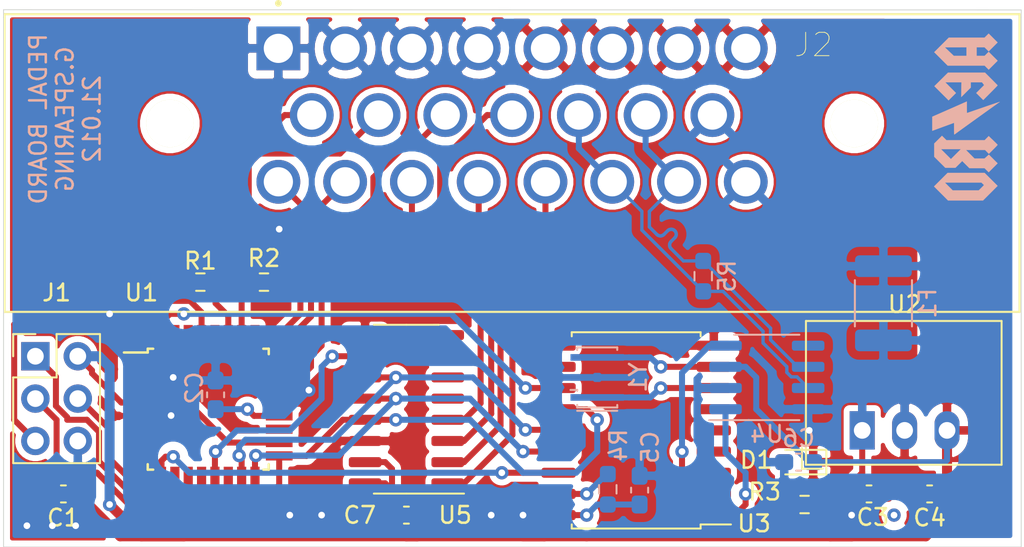
<source format=kicad_pcb>
(kicad_pcb (version 20171130) (host pcbnew 5.1.7-a382d34a8~88~ubuntu18.04.1)
  (layers (0 F.Cu signal) (31 B.Cu signal) (34 B.Paste user) (35 F.Paste user) (36 B.SilkS user) (37 F.SilkS user) (38 B.Mask user) (39 F.Mask user) (44 Edge.Cuts user))
  (net 0 "")
  (net 1 GND)
  (net 2 +5V)
  (net 3 "Net-(C2-Pad1)")
  (net 4 "Net-(C3-Pad1)")
  (net 5 "Net-(D1-Pad2)")
  (net 6 +12V)
  (net 7 /RESET)
  (net 8 /MOSI)
  (net 9 /SCK)
  (net 10 /MISO)
  (net 11 /ACC1)
  (net 12 /ACC0)
  (net 13 /BRAKE1)
  (net 14 /BRAKE0)
  (net 15 /STEER)
  (net 16 "Net-(R4-Pad2)")
  (net 17 /CAN_INT)
  (net 18 /CAN_CS)
  (net 19 "Net-(U3-Pad8)")
  (net 20 "Net-(U3-Pad7)")
  (net 21 /RXCAN)
  (net 22 /TXCAN)
  (net 23 /DAMPER_R)
  (net 24 /DAMPER_L)
  (net 25 /WHEEL_L)
  (net 26 /WHEEL_R)
  (net 27 /ADC_CS)
  (net 28 /CAN-)
  (net 29 /CAN+)
  (module AERO_CUSTOM:AERO_Logo_10x4mm (layer B.Cu) (at 159.258 56.769 270)
    (fp_text reference G*** hide)
    (fp_text value LOGO hide)
  )
  (module Package_SO:SOIC-16_3.9x9.9mm_P1.27mm (layer F.Cu) (at 125.73 74.295 180)
    (fp_text reference U5 (at -2.921 -6.35) (layer F.SilkS))
    (fp_text value MCP3008)
    (pad 16 smd roundrect (at 2.475 -4.445 180) (size 1.95 0.6) (layers F.Cu F.Paste F.Mask) (net 2 +5V))
    (pad 15 smd roundrect (at 2.475 -3.175 180) (size 1.95 0.6) (layers F.Cu F.Paste F.Mask) (net 2 +5V))
    (pad 14 smd roundrect (at 2.475 -1.905 180) (size 1.95 0.6) (layers F.Cu F.Paste F.Mask) (net 1 GND))
    (pad 13 smd roundrect (at 2.475 -0.635 180) (size 1.95 0.6) (layers F.Cu F.Paste F.Mask) (net 9 /SCK))
    (pad 12 smd roundrect (at 2.475 0.635 180) (size 1.95 0.6) (layers F.Cu F.Paste F.Mask) (net 10 /MISO))
    (pad 11 smd roundrect (at 2.475 1.905 180) (size 1.95 0.6) (layers F.Cu F.Paste F.Mask) (net 8 /MOSI))
    (pad 10 smd roundrect (at 2.475 3.175 180) (size 1.95 0.6) (layers F.Cu F.Paste F.Mask) (net 27 /ADC_CS))
    (pad 9 smd roundrect (at 2.475 4.445 180) (size 1.95 0.6) (layers F.Cu F.Paste F.Mask) (net 1 GND))
    (pad 8 smd roundrect (at -2.475 4.445 180) (size 1.95 0.6) (layers F.Cu F.Paste F.Mask))
    (pad 7 smd roundrect (at -2.475 3.175 180) (size 1.95 0.6) (layers F.Cu F.Paste F.Mask))
    (pad 6 smd roundrect (at -2.475 1.905 180) (size 1.95 0.6) (layers F.Cu F.Paste F.Mask))
    (pad 5 smd roundrect (at -2.475 0.635 180) (size 1.95 0.6) (layers F.Cu F.Paste F.Mask))
    (pad 4 smd roundrect (at -2.475 -0.635 180) (size 1.95 0.6) (layers F.Cu F.Paste F.Mask) (net 23 /DAMPER_R))
    (pad 3 smd roundrect (at -2.475 -1.905 180) (size 1.95 0.6) (layers F.Cu F.Paste F.Mask) (net 24 /DAMPER_L))
    (pad 2 smd roundrect (at -2.475 -3.175 180) (size 1.95 0.6) (layers F.Cu F.Paste F.Mask) (net 26 /WHEEL_R))
    (pad 1 smd roundrect (at -2.475 -4.445 180) (size 1.95 0.6) (layers F.Cu F.Paste F.Mask) (net 25 /WHEEL_L))
  )
  (module Capacitor_SMD:C_0603_1608Metric_Pad1.08x0.95mm_HandSolder (layer F.Cu) (at 125.73 80.645)
    (fp_text reference C7 (at -2.794 0) (layer F.SilkS))
    (fp_text value 0.1u)
    (pad 2 smd roundrect (at 0.8625 0) (size 1.075 0.95) (layers F.Cu F.Paste F.Mask) (net 1 GND))
    (pad 1 smd roundrect (at -0.8625 0) (size 1.075 0.95) (layers F.Cu F.Paste F.Mask) (net 2 +5V))
  )
  (module AERO_CUSTOM:Resonator_SMD_muRata_CSTxExxV-3Pin_3.0x1.1mm_HandSoldering (layer B.Cu) (at 137.16 72.39 90)
    (fp_text reference Y1 (at 0 2.45 90) (layer B.SilkS) (effects (justify mirror)))
    (fp_text value 16MHz)
    (pad 3 smd rect (at 1.2 0 90) (size 0.4 3.2) (layers B.Cu B.Paste B.Mask) (net 19 "Net-(U3-Pad8)"))
    (pad 2 smd rect (at 0 0 90) (size 0.4 3.2) (layers B.Cu B.Paste B.Mask) (net 1 GND))
    (pad 1 smd rect (at -1.2 0 90) (size 0.4 3.2) (layers B.Cu B.Paste B.Mask) (net 20 "Net-(U3-Pad7)"))
  )
  (module Package_SO:SOIC-8_3.9x4.9mm_P1.27mm (layer B.Cu) (at 147.32 72.39)
    (fp_text reference U4 (at 0 3.4) (layer B.SilkS) (effects (justify mirror)))
    (fp_text value MCP2551-I-SN)
    (pad 8 smd roundrect (at 2.475 1.905) (size 1.95 0.6) (layers B.Cu B.Paste B.Mask) (net 1 GND))
    (pad 7 smd roundrect (at 2.475 0.635) (size 1.95 0.6) (layers B.Cu B.Paste B.Mask) (net 29 /CAN+))
    (pad 6 smd roundrect (at 2.475 -0.635) (size 1.95 0.6) (layers B.Cu B.Paste B.Mask) (net 28 /CAN-))
    (pad 5 smd roundrect (at 2.475 -1.905) (size 1.95 0.6) (layers B.Cu B.Paste B.Mask))
    (pad 4 smd roundrect (at -2.475 -1.905) (size 1.95 0.6) (layers B.Cu B.Paste B.Mask) (net 21 /RXCAN))
    (pad 3 smd roundrect (at -2.475 -0.635) (size 1.95 0.6) (layers B.Cu B.Paste B.Mask) (net 2 +5V))
    (pad 2 smd roundrect (at -2.475 0.635) (size 1.95 0.6) (layers B.Cu B.Paste B.Mask) (net 1 GND))
    (pad 1 smd roundrect (at -2.475 1.905) (size 1.95 0.6) (layers B.Cu B.Paste B.Mask) (net 22 /TXCAN))
  )
  (module Package_SO:SOIC-18W_7.5x11.6mm_P1.27mm (layer F.Cu) (at 139.495 75.565 180)
    (fp_text reference U3 (at -7.063 -5.588 180) (layer F.SilkS))
    (fp_text value MCP2515-xSO)
    (pad 18 smd roundrect (at 4.65 -5.08 180) (size 2.05 0.6) (layers F.Cu F.Paste F.Mask) (net 2 +5V))
    (pad 17 smd roundrect (at 4.65 -3.81 180) (size 2.05 0.6) (layers F.Cu F.Paste F.Mask) (net 16 "Net-(R4-Pad2)"))
    (pad 16 smd roundrect (at 4.65 -2.54 180) (size 2.05 0.6) (layers F.Cu F.Paste F.Mask) (net 18 /CAN_CS))
    (pad 15 smd roundrect (at 4.65 -1.27 180) (size 2.05 0.6) (layers F.Cu F.Paste F.Mask) (net 10 /MISO))
    (pad 14 smd roundrect (at 4.65 0 180) (size 2.05 0.6) (layers F.Cu F.Paste F.Mask) (net 8 /MOSI))
    (pad 13 smd roundrect (at 4.65 1.27 180) (size 2.05 0.6) (layers F.Cu F.Paste F.Mask) (net 9 /SCK))
    (pad 12 smd roundrect (at 4.65 2.54 180) (size 2.05 0.6) (layers F.Cu F.Paste F.Mask) (net 17 /CAN_INT))
    (pad 11 smd roundrect (at 4.65 3.81 180) (size 2.05 0.6) (layers F.Cu F.Paste F.Mask))
    (pad 10 smd roundrect (at 4.65 5.08 180) (size 2.05 0.6) (layers F.Cu F.Paste F.Mask))
    (pad 9 smd roundrect (at -4.65 5.08 180) (size 2.05 0.6) (layers F.Cu F.Paste F.Mask) (net 1 GND))
    (pad 8 smd roundrect (at -4.65 3.81 180) (size 2.05 0.6) (layers F.Cu F.Paste F.Mask) (net 19 "Net-(U3-Pad8)"))
    (pad 7 smd roundrect (at -4.65 2.54 180) (size 2.05 0.6) (layers F.Cu F.Paste F.Mask) (net 20 "Net-(U3-Pad7)"))
    (pad 6 smd roundrect (at -4.65 1.27 180) (size 2.05 0.6) (layers F.Cu F.Paste F.Mask))
    (pad 5 smd roundrect (at -4.65 0 180) (size 2.05 0.6) (layers F.Cu F.Paste F.Mask))
    (pad 4 smd roundrect (at -4.65 -1.27 180) (size 2.05 0.6) (layers F.Cu F.Paste F.Mask))
    (pad 3 smd roundrect (at -4.65 -2.54 180) (size 2.05 0.6) (layers F.Cu F.Paste F.Mask))
    (pad 2 smd roundrect (at -4.65 -3.81 180) (size 2.05 0.6) (layers F.Cu F.Paste F.Mask) (net 21 /RXCAN))
    (pad 1 smd roundrect (at -4.65 -5.08 180) (size 2.05 0.6) (layers F.Cu F.Paste F.Mask) (net 22 /TXCAN))
  )
  (module Converter_DCDC:Converter_DCDC_RECOM_R-78E-0.5_THT (layer F.Cu) (at 153.035 75.565)
    (fp_text reference U2 (at 2.54 -7.56) (layer F.SilkS))
    (fp_text value R-785.0-1.0)
    (pad 3 thru_hole oval (at 5.08 0) (size 1.5 2.3) (drill 1) (layers *.Cu *.Mask) (net 2 +5V))
    (pad 2 thru_hole oval (at 2.54 0) (size 1.5 2.3) (drill 1) (layers *.Cu *.Mask) (net 1 GND))
    (pad 1 thru_hole rect (at 0 0) (size 1.5 2.3) (drill 1) (layers *.Cu *.Mask) (net 4 "Net-(C3-Pad1)"))
  )
  (module Package_QFP:TQFP-32_7x7mm_P0.8mm (layer F.Cu) (at 113.86 74.295)
    (fp_text reference U1 (at -4.005 -6.985) (layer F.SilkS))
    (fp_text value ATmega328P-AU)
    (pad 32 smd rect (at -2.8 -4.25 90) (size 1.6 0.55) (layers F.Cu F.Paste F.Mask) (net 17 /CAN_INT))
    (pad 31 smd rect (at -2 -4.25 90) (size 1.6 0.55) (layers F.Cu F.Paste F.Mask))
    (pad 30 smd rect (at -1.2 -4.25 90) (size 1.6 0.55) (layers F.Cu F.Paste F.Mask))
    (pad 29 smd rect (at -0.4 -4.25 90) (size 1.6 0.55) (layers F.Cu F.Paste F.Mask) (net 7 /RESET))
    (pad 28 smd rect (at 0.4 -4.25 90) (size 1.6 0.55) (layers F.Cu F.Paste F.Mask))
    (pad 27 smd rect (at 1.2 -4.25 90) (size 1.6 0.55) (layers F.Cu F.Paste F.Mask) (net 12 /ACC0))
    (pad 26 smd rect (at 2 -4.25 90) (size 1.6 0.55) (layers F.Cu F.Paste F.Mask) (net 11 /ACC1))
    (pad 25 smd rect (at 2.8 -4.25 90) (size 1.6 0.55) (layers F.Cu F.Paste F.Mask) (net 14 /BRAKE0))
    (pad 24 smd rect (at 4.25 -2.8) (size 1.6 0.55) (layers F.Cu F.Paste F.Mask) (net 13 /BRAKE1))
    (pad 23 smd rect (at 4.25 -2) (size 1.6 0.55) (layers F.Cu F.Paste F.Mask) (net 15 /STEER))
    (pad 22 smd rect (at 4.25 -1.2) (size 1.6 0.55) (layers F.Cu F.Paste F.Mask))
    (pad 21 smd rect (at 4.25 -0.4) (size 1.6 0.55) (layers F.Cu F.Paste F.Mask) (net 1 GND))
    (pad 20 smd rect (at 4.25 0.4) (size 1.6 0.55) (layers F.Cu F.Paste F.Mask) (net 3 "Net-(C2-Pad1)"))
    (pad 19 smd rect (at 4.25 1.2) (size 1.6 0.55) (layers F.Cu F.Paste F.Mask))
    (pad 18 smd rect (at 4.25 2) (size 1.6 0.55) (layers F.Cu F.Paste F.Mask) (net 2 +5V))
    (pad 17 smd rect (at 4.25 2.8) (size 1.6 0.55) (layers F.Cu F.Paste F.Mask) (net 9 /SCK))
    (pad 16 smd rect (at 2.8 4.25 90) (size 1.6 0.55) (layers F.Cu F.Paste F.Mask) (net 10 /MISO))
    (pad 15 smd rect (at 2 4.25 90) (size 1.6 0.55) (layers F.Cu F.Paste F.Mask) (net 8 /MOSI))
    (pad 14 smd rect (at 1.2 4.25 90) (size 1.6 0.55) (layers F.Cu F.Paste F.Mask))
    (pad 13 smd rect (at 0.4 4.25 90) (size 1.6 0.55) (layers F.Cu F.Paste F.Mask) (net 27 /ADC_CS))
    (pad 12 smd rect (at -0.4 4.25 90) (size 1.6 0.55) (layers F.Cu F.Paste F.Mask))
    (pad 11 smd rect (at -1.2 4.25 90) (size 1.6 0.55) (layers F.Cu F.Paste F.Mask))
    (pad 10 smd rect (at -2 4.25 90) (size 1.6 0.55) (layers F.Cu F.Paste F.Mask))
    (pad 9 smd rect (at -2.8 4.25 90) (size 1.6 0.55) (layers F.Cu F.Paste F.Mask) (net 18 /CAN_CS))
    (pad 8 smd rect (at -4.25 2.8) (size 1.6 0.55) (layers F.Cu F.Paste F.Mask))
    (pad 7 smd rect (at -4.25 2) (size 1.6 0.55) (layers F.Cu F.Paste F.Mask))
    (pad 6 smd rect (at -4.25 1.2) (size 1.6 0.55) (layers F.Cu F.Paste F.Mask) (net 2 +5V))
    (pad 5 smd rect (at -4.25 0.4) (size 1.6 0.55) (layers F.Cu F.Paste F.Mask) (net 1 GND))
    (pad 4 smd rect (at -4.25 -0.4) (size 1.6 0.55) (layers F.Cu F.Paste F.Mask) (net 2 +5V))
    (pad 3 smd rect (at -4.25 -1.2) (size 1.6 0.55) (layers F.Cu F.Paste F.Mask) (net 1 GND))
    (pad 2 smd rect (at -4.25 -2) (size 1.6 0.55) (layers F.Cu F.Paste F.Mask))
    (pad 1 smd rect (at -4.25 -2.8) (size 1.6 0.55) (layers F.Cu F.Paste F.Mask))
  )
  (module Resistor_SMD:R_0603_1608Metric_Pad0.98x0.95mm_HandSolder (layer B.Cu) (at 143.51 66.3175 90)
    (fp_text reference R5 (at 0 1.43 90) (layer B.SilkS) (effects (justify mirror)))
    (fp_text value 120)
    (pad 2 smd roundrect (at 0.9125 0 90) (size 0.975 0.95) (layers B.Cu B.Paste B.Mask) (net 28 /CAN-))
    (pad 1 smd roundrect (at -0.9125 0 90) (size 0.975 0.95) (layers B.Cu B.Paste B.Mask) (net 29 /CAN+))
  )
  (module Resistor_SMD:R_0603_1608Metric_Pad0.98x0.95mm_HandSolder (layer B.Cu) (at 137.795 79.0975 90)
    (fp_text reference R4 (at 2.6435 0.635 270) (layer B.SilkS) (effects (justify mirror)))
    (fp_text value 10K)
    (pad 2 smd roundrect (at 0.9125 0 90) (size 0.975 0.95) (layers B.Cu B.Paste B.Mask) (net 16 "Net-(R4-Pad2)"))
    (pad 1 smd roundrect (at -0.9125 0 90) (size 0.975 0.95) (layers B.Cu B.Paste B.Mask) (net 2 +5V))
  )
  (module Resistor_SMD:R_0603_1608Metric_Pad0.98x0.95mm_HandSolder (layer F.Cu) (at 149.5825 80.01)
    (fp_text reference R3 (at -2.3895 -0.762) (layer F.SilkS))
    (fp_text value 330)
    (pad 2 smd roundrect (at 0.9125 0) (size 0.975 0.95) (layers F.Cu F.Paste F.Mask) (net 2 +5V))
    (pad 1 smd roundrect (at -0.9125 0) (size 0.975 0.95) (layers F.Cu F.Paste F.Mask) (net 5 "Net-(D1-Pad2)"))
  )
  (module Resistor_SMD:R_0603_1608Metric_Pad0.98x0.95mm_HandSolder (layer F.Cu) (at 117.1975 66.675)
    (fp_text reference R2 (at 0 -1.43) (layer F.SilkS))
    (fp_text value 10K)
    (pad 2 smd roundrect (at 0.9125 0) (size 0.975 0.95) (layers F.Cu F.Paste F.Mask) (net 1 GND))
    (pad 1 smd roundrect (at -0.9125 0) (size 0.975 0.95) (layers F.Cu F.Paste F.Mask) (net 11 /ACC1))
  )
  (module Resistor_SMD:R_0603_1608Metric_Pad0.98x0.95mm_HandSolder (layer F.Cu) (at 113.3875 66.675 180)
    (fp_text reference R1 (at 0 1.27) (layer F.SilkS))
    (fp_text value 10K)
    (pad 2 smd roundrect (at 0.9125 0 180) (size 0.975 0.95) (layers F.Cu F.Paste F.Mask) (net 1 GND))
    (pad 1 smd roundrect (at -0.9125 0 180) (size 0.975 0.95) (layers F.Cu F.Paste F.Mask) (net 12 /ACC0))
  )
  (module AERO_CUSTOM:TE_1-770669-1_23pin_Horizontal (layer F.Cu) (at 118.06 52.66)
    (fp_text reference J2 (at 32.054 -0.209) (layer F.SilkS) (effects (font (size 1.4012 1.4012) (thickness 0.05))))
    (fp_text value Conn_01x23 hide)
    (pad 22 thru_hole circle (at 24 8) (size 2.625 2.625) (drill 1.75) (layers *.Cu *.Mask) (net 28 /CAN-))
    (pad 21 thru_hole circle (at 20 8) (size 2.625 2.625) (drill 1.75) (layers *.Cu *.Mask) (net 29 /CAN+))
    (pad 20 thru_hole circle (at 16 8) (size 2.625 2.625) (drill 1.75) (layers *.Cu *.Mask) (net 25 /WHEEL_L))
    (pad 19 thru_hole circle (at 12 8) (size 2.625 2.625) (drill 1.75) (layers *.Cu *.Mask) (net 26 /WHEEL_R))
    (pad 18 thru_hole circle (at 8 8) (size 2.625 2.625) (drill 1.75) (layers *.Cu *.Mask) (net 23 /DAMPER_R))
    (pad 17 thru_hole circle (at 4 8) (size 2.625 2.625) (drill 1.75) (layers *.Cu *.Mask) (net 13 /BRAKE1))
    (pad 14 thru_hole circle (at 22 4) (size 2.625 2.625) (drill 1.75) (layers *.Cu *.Mask) (net 28 /CAN-))
    (pad 13 thru_hole circle (at 18 4) (size 2.625 2.625) (drill 1.75) (layers *.Cu *.Mask) (net 29 /CAN+))
    (pad 12 thru_hole circle (at 14 4) (size 2.625 2.625) (drill 1.75) (layers *.Cu *.Mask) (net 24 /DAMPER_L))
    (pad 11 thru_hole circle (at 10 4) (size 2.625 2.625) (drill 1.75) (layers *.Cu *.Mask) (net 15 /STEER))
    (pad 10 thru_hole circle (at 6 4) (size 2.625 2.625) (drill 1.75) (layers *.Cu *.Mask) (net 11 /ACC1))
    (pad 7 thru_hole circle (at 24 0) (size 2.625 2.625) (drill 1.75) (layers *.Cu *.Mask) (net 2 +5V))
    (pad 6 thru_hole circle (at 20 0) (size 2.625 2.625) (drill 1.75) (layers *.Cu *.Mask) (net 2 +5V))
    (pad 5 thru_hole circle (at 16 0) (size 2.625 2.625) (drill 1.75) (layers *.Cu *.Mask) (net 2 +5V))
    (pad 4 thru_hole circle (at 12 0) (size 2.625 2.625) (drill 1.75) (layers *.Cu *.Mask) (net 1 GND))
    (pad 3 thru_hole circle (at 8 0) (size 2.625 2.625) (drill 1.75) (layers *.Cu *.Mask) (net 1 GND))
    (pad 2 thru_hole circle (at 4 0) (size 2.625 2.625) (drill 1.75) (layers *.Cu *.Mask) (net 1 GND))
    (pad 23 thru_hole circle (at 28 8) (size 2.625 2.625) (drill 1.75) (layers *.Cu *.Mask) (net 6 +12V))
    (pad 16 thru_hole circle (at 0 8) (size 2.625 2.625) (drill 1.75) (layers *.Cu *.Mask) (net 14 /BRAKE0))
    (pad 15 thru_hole circle (at 26 4) (size 2.625 2.625) (drill 1.75) (layers *.Cu *.Mask) (net 6 +12V))
    (pad 9 thru_hole circle (at 2 4) (size 2.625 2.625) (drill 1.75) (layers *.Cu *.Mask) (net 12 /ACC0))
    (pad 8 thru_hole circle (at 28 0) (size 2.625 2.625) (drill 1.75) (layers *.Cu *.Mask) (net 2 +5V))
    (pad 1 thru_hole rect (at 0 0) (size 2.625 2.625) (drill 1.75) (layers *.Cu *.Mask) (net 1 GND))
    (pad Hole np_thru_hole circle (at 34.5 4.5) (size 2.85 2.85) (drill 2.85) (layers *.Cu *.Mask F.SilkS))
    (pad Hole np_thru_hole circle (at -6.5 4.5) (size 2.85 2.85) (drill 2.85) (layers *.Cu *.Mask F.SilkS))
  )
  (module Connector_PinHeader_2.54mm:PinHeader_2x03_P2.54mm_Vertical (layer F.Cu) (at 103.505 71.12)
    (fp_text reference J1 (at 1.27 -3.81) (layer F.SilkS))
    (fp_text value Conn_02x03_Odd_Even)
    (pad 6 thru_hole oval (at 2.54 5.08) (size 1.7 1.7) (drill 1) (layers *.Cu *.Mask) (net 1 GND))
    (pad 5 thru_hole oval (at 0 5.08) (size 1.7 1.7) (drill 1) (layers *.Cu *.Mask) (net 7 /RESET))
    (pad 4 thru_hole oval (at 2.54 2.54) (size 1.7 1.7) (drill 1) (layers *.Cu *.Mask) (net 8 /MOSI))
    (pad 3 thru_hole oval (at 0 2.54) (size 1.7 1.7) (drill 1) (layers *.Cu *.Mask) (net 9 /SCK))
    (pad 2 thru_hole oval (at 2.54 0) (size 1.7 1.7) (drill 1) (layers *.Cu *.Mask) (net 2 +5V))
    (pad 1 thru_hole rect (at 0 0) (size 1.7 1.7) (drill 1) (layers *.Cu *.Mask) (net 10 /MISO))
  )
  (module Fuse:Fuse_1812_4532Metric_Pad1.30x3.40mm_HandSolder (layer B.Cu) (at 154.305 67.945 90)
    (fp_text reference F1 (at 0 2.65 90) (layer B.SilkS) (effects (justify mirror)))
    (fp_text value MF-MSMF050)
    (pad 2 smd roundrect (at 2.225 0 90) (size 1.3 3.4) (layers B.Cu B.Paste B.Mask) (roundrect_rratio 0.1923076923076923) (net 6 +12V))
    (pad 1 smd roundrect (at -2.225 0 90) (size 1.3 3.4) (layers B.Cu B.Paste B.Mask) (roundrect_rratio 0.1923076923076923) (net 4 "Net-(C3-Pad1)"))
  )
  (module LED_SMD:LED_0603_1608Metric_Pad1.05x0.95mm_HandSolder (layer F.Cu) (at 149.225 77.47 180)
    (fp_text reference D1 (at 2.54 0.127) (layer F.SilkS))
    (fp_text value LED)
    (pad 2 smd roundrect (at 0.875 0 180) (size 1.05 0.95) (layers F.Cu F.Paste F.Mask) (net 5 "Net-(D1-Pad2)"))
    (pad 1 smd roundrect (at -0.875 0 180) (size 1.05 0.95) (layers F.Cu F.Paste F.Mask) (net 1 GND))
  )
  (module Capacitor_SMD:C_0603_1608Metric_Pad1.08x0.95mm_HandSolder (layer B.Cu) (at 149.225 77.47 180)
    (fp_text reference C6 (at 0 1.43) (layer B.SilkS) (effects (justify mirror)))
    (fp_text value 0.1u)
    (pad 2 smd roundrect (at 0.8625 0 180) (size 1.075 0.95) (layers B.Cu B.Paste B.Mask) (net 1 GND))
    (pad 1 smd roundrect (at -0.8625 0 180) (size 1.075 0.95) (layers B.Cu B.Paste B.Mask) (net 2 +5V))
  )
  (module Capacitor_SMD:C_0603_1608Metric_Pad1.08x0.95mm_HandSolder (layer B.Cu) (at 139.7 79.1475 90)
    (fp_text reference C5 (at 2.5665 0.635 270) (layer B.SilkS) (effects (justify mirror)))
    (fp_text value 0.1u)
    (pad 2 smd roundrect (at 0.8625 0 90) (size 1.075 0.95) (layers B.Cu B.Paste B.Mask) (net 1 GND))
    (pad 1 smd roundrect (at -0.8625 0 90) (size 1.075 0.95) (layers B.Cu B.Paste B.Mask) (net 2 +5V))
  )
  (module Capacitor_SMD:C_0603_1608Metric_Pad1.08x0.95mm_HandSolder (layer F.Cu) (at 157.0725 79.375 180)
    (fp_text reference C4 (at 0 -1.43) (layer F.SilkS))
    (fp_text value 10u)
    (pad 2 smd roundrect (at 0.8625 0 180) (size 1.075 0.95) (layers F.Cu F.Paste F.Mask) (net 1 GND))
    (pad 1 smd roundrect (at -0.8625 0 180) (size 1.075 0.95) (layers F.Cu F.Paste F.Mask) (net 2 +5V))
  )
  (module Capacitor_SMD:C_0603_1608Metric_Pad1.08x0.95mm_HandSolder (layer F.Cu) (at 153.4425 79.375)
    (fp_text reference C3 (at 0.2275 1.397) (layer F.SilkS))
    (fp_text value 1u)
    (pad 2 smd roundrect (at 0.8625 0) (size 1.075 0.95) (layers F.Cu F.Paste F.Mask) (net 1 GND))
    (pad 1 smd roundrect (at -0.8625 0) (size 1.075 0.95) (layers F.Cu F.Paste F.Mask) (net 4 "Net-(C3-Pad1)"))
  )
  (module Capacitor_SMD:C_0603_1608Metric_Pad1.08x0.95mm_HandSolder (layer B.Cu) (at 114.3 73.4325 90)
    (fp_text reference C2 (at 0.4075 -1.27 270) (layer B.SilkS) (effects (justify mirror)))
    (fp_text value 0.1u)
    (pad 2 smd roundrect (at 0.8625 0 90) (size 1.075 0.95) (layers B.Cu B.Paste B.Mask) (net 1 GND))
    (pad 1 smd roundrect (at -0.8625 0 90) (size 1.075 0.95) (layers B.Cu B.Paste B.Mask) (net 3 "Net-(C2-Pad1)"))
  )
  (module Capacitor_SMD:C_0603_1608Metric_Pad1.08x0.95mm_HandSolder (layer F.Cu) (at 105.1825 79.375 180)
    (fp_text reference C1 (at 0 -1.43) (layer F.SilkS))
    (fp_text value 0.1u)
    (pad 2 smd roundrect (at 0.8625 0 180) (size 1.075 0.95) (layers F.Cu F.Paste F.Mask) (net 1 GND))
    (pad 1 smd roundrect (at -0.8625 0 180) (size 1.075 0.95) (layers F.Cu F.Paste F.Mask) (net 2 +5V))
  )
  (gr_line (start 162.56 50.3555) (end 162.56 50.8) (layer Edge.Cuts) (width 0.05))
  (gr_line (start 101.6 50.3428) (end 162.56 50.3555) (layer Edge.Cuts) (width 0.05))
  (gr_line (start 101.6 50.8) (end 101.6 50.3428) (layer Edge.Cuts) (width 0.05))
  (gr_line (start 101.6 82.55) (end 101.6 50.8) (layer Edge.Cuts) (width 0.05))
  (gr_line (start 162.56 82.55) (end 101.6 82.55) (layer Edge.Cuts) (width 0.05))
  (gr_line (start 162.56 50.8) (end 162.56 82.55) (layer Edge.Cuts) (width 0.05))
  (gr_text "PEDAL BOARD\nG.SPEARING\n21.012" (at 105.283 56.896 90) (layer B.SilkS) (effects (font (size 1 1)) (justify mirror)))
  (via (at 154.94 80.645) (size 0.8) (drill 0.4) (layers F.Cu B.Cu) (net 0))
  (via (at 118.11 63.5) (size 0.8) (drill 0.4) (layers F.Cu B.Cu) (net 1))
  (via (at 111.76 72.39) (size 0.8) (drill 0.4) (layers F.Cu B.Cu) (net 1))
  (via (at 107.95 68.58) (size 0.8) (drill 0.4) (layers F.Cu B.Cu) (net 1))
  (via (at 118.745 80.645) (size 0.8) (drill 0.4) (layers F.Cu B.Cu) (net 1))
  (via (at 120.65 80.645) (size 0.8) (drill 0.4) (layers F.Cu B.Cu) (net 1))
  (via (at 130.81 80.645) (size 0.8) (drill 0.4) (layers F.Cu B.Cu) (net 1))
  (via (at 132.715 80.645) (size 0.8) (drill 0.4) (layers F.Cu B.Cu) (net 1))
  (via (at 152.4 80.645) (size 0.8) (drill 0.4) (layers F.Cu B.Cu) (net 1))
  (via (at 149.86 75.565) (size 0.8) (drill 0.4) (layers F.Cu B.Cu) (net 1))
  (via (at 111.633 74.676) (size 0.8) (drill 0.4) (layers F.Cu B.Cu) (net 1))
  (via (at 119.888 73.152) (size 0.8) (drill 0.4) (layers F.Cu B.Cu) (net 1))
  (via (at 102.997 81.28) (size 0.8) (drill 0.4) (layers F.Cu B.Cu) (net 1))
  (via (at 104.521 81.28) (size 0.8) (drill 0.4) (layers F.Cu B.Cu) (net 1))
  (via (at 105.918 81.28) (size 0.8) (drill 0.4) (layers F.Cu B.Cu) (net 1))
  (segment (start 108.585 81.915) (end 106.045 79.375) (width 0.6) (layer F.Cu) (net 2))
  (segment (start 158.115 75.565) (end 158.115 80.645) (width 0.6) (layer F.Cu) (net 2))
  (segment (start 158.115 80.645) (end 156.845 81.915) (width 0.6) (layer F.Cu) (net 2))
  (segment (start 126.365 81.915) (end 125.73 81.915) (width 0.6) (layer F.Cu) (net 2))
  (segment (start 124.8675 81.0525) (end 124.8675 80.645) (width 0.6) (layer F.Cu) (net 2))
  (segment (start 125.73 81.915) (end 124.8675 81.0525) (width 0.6) (layer F.Cu) (net 2))
  (segment (start 133.985 81.915) (end 132.715 81.915) (width 0.6) (layer F.Cu) (net 2))
  (segment (start 133.985 81.915) (end 126.365 81.915) (width 0.6) (layer F.Cu) (net 2))
  (segment (start 152.4 81.915) (end 151.13 81.915) (width 0.6) (layer F.Cu) (net 2))
  (segment (start 156.845 81.915) (end 152.4 81.915) (width 0.6) (layer F.Cu) (net 2))
  (segment (start 150.495 81.28) (end 150.495 80.01) (width 0.6) (layer F.Cu) (net 2))
  (segment (start 151.13 81.915) (end 150.495 81.28) (width 0.6) (layer F.Cu) (net 2))
  (segment (start 109.855 81.915) (end 107.95 80.01) (width 0.6) (layer F.Cu) (net 2))
  (via (at 107.95 80.01) (size 0.8) (drill 0.4) (layers F.Cu B.Cu) (net 2))
  (segment (start 112.395 81.915) (end 109.855 81.915) (width 0.6) (layer F.Cu) (net 2))
  (segment (start 112.395 81.915) (end 108.585 81.915) (width 0.6) (layer F.Cu) (net 2))
  (segment (start 126.365 81.915) (end 112.395 81.915) (width 0.6) (layer F.Cu) (net 2))
  (segment (start 107.95 80.01) (end 107.95 71.755) (width 0.6) (layer B.Cu) (net 2))
  (segment (start 107.315 71.12) (end 106.045 71.12) (width 0.6) (layer B.Cu) (net 2))
  (segment (start 107.95 71.755) (end 107.315 71.12) (width 0.6) (layer B.Cu) (net 2))
  (segment (start 111.195 75.495) (end 109.61 75.495) (width 0.36) (layer F.Cu) (net 2))
  (segment (start 111.195 75.495) (end 114.23 75.495) (width 0.36) (layer F.Cu) (net 2))
  (segment (start 115.03 76.295) (end 118.11 76.295) (width 0.36) (layer F.Cu) (net 2))
  (segment (start 114.23 75.495) (end 115.03 76.295) (width 0.36) (layer F.Cu) (net 2))
  (segment (start 108.650998 73.895) (end 109.61 73.895) (width 0.36) (layer F.Cu) (net 2))
  (segment (start 106.894999 72.139001) (end 108.650998 73.895) (width 0.36) (layer F.Cu) (net 2))
  (segment (start 106.045 71.12) (end 106.894999 71.969999) (width 0.36) (layer F.Cu) (net 2))
  (segment (start 106.894999 71.969999) (end 106.894999 72.139001) (width 0.36) (layer F.Cu) (net 2))
  (segment (start 123.255 78.74) (end 124.46 78.74) (width 0.36) (layer F.Cu) (net 2))
  (segment (start 124.8675 79.1475) (end 124.8675 80.645) (width 0.36) (layer F.Cu) (net 2))
  (segment (start 124.46 78.74) (end 124.8675 79.1475) (width 0.36) (layer F.Cu) (net 2))
  (segment (start 123.255 77.47) (end 124.46 77.47) (width 0.36) (layer F.Cu) (net 2))
  (segment (start 124.8675 77.8775) (end 124.8675 79.1475) (width 0.36) (layer F.Cu) (net 2))
  (segment (start 124.46 77.47) (end 124.8675 77.8775) (width 0.36) (layer F.Cu) (net 2))
  (segment (start 150.0875 77.47) (end 149.86 77.47) (width 0.36) (layer B.Cu) (net 2))
  (segment (start 149.86 77.47) (end 146.685 74.295) (width 0.36) (layer B.Cu) (net 2))
  (segment (start 146.685 74.295) (end 146.685 72.39) (width 0.36) (layer B.Cu) (net 2))
  (segment (start 146.05 71.755) (end 144.845 71.755) (width 0.36) (layer B.Cu) (net 2))
  (segment (start 146.685 72.39) (end 146.05 71.755) (width 0.36) (layer B.Cu) (net 2))
  (segment (start 137.795 80.01) (end 139.7 80.01) (width 0.36) (layer B.Cu) (net 2))
  (via (at 136.525 80.645) (size 0.8) (drill 0.4) (layers F.Cu B.Cu) (net 2))
  (segment (start 137.795 80.01) (end 137.16 80.01) (width 0.36) (layer B.Cu) (net 2))
  (segment (start 137.16 80.01) (end 136.525 80.645) (width 0.36) (layer B.Cu) (net 2))
  (segment (start 136.525 81.915) (end 133.985 81.915) (width 0.6) (layer F.Cu) (net 2))
  (segment (start 136.525 81.915) (end 135.255 81.915) (width 0.36) (layer F.Cu) (net 2))
  (segment (start 152.4 81.915) (end 136.525 81.915) (width 0.6) (layer F.Cu) (net 2))
  (segment (start 134.845 81.505) (end 134.845 80.645) (width 0.36) (layer F.Cu) (net 2))
  (segment (start 135.255 81.915) (end 134.845 81.505) (width 0.36) (layer F.Cu) (net 2))
  (segment (start 112.63 73.895) (end 114.23 75.495) (width 0.36) (layer F.Cu) (net 2))
  (segment (start 109.61 73.895) (end 112.63 73.895) (width 0.36) (layer F.Cu) (net 2))
  (segment (start 150.0875 77.47) (end 157.988 77.47) (width 0.36) (layer B.Cu) (net 2))
  (segment (start 158.115 77.343) (end 158.115 75.565) (width 0.36) (layer B.Cu) (net 2))
  (segment (start 157.988 77.47) (end 158.115 77.343) (width 0.36) (layer B.Cu) (net 2))
  (segment (start 136.525 80.645) (end 134.845 80.645) (width 0.36) (layer F.Cu) (net 2))
  (via (at 116.205 74.295) (size 0.8) (drill 0.4) (layers F.Cu B.Cu) (net 3))
  (segment (start 118.11 74.695) (end 116.605 74.695) (width 0.36) (layer F.Cu) (net 3))
  (segment (start 116.605 74.695) (end 116.205 74.295) (width 0.36) (layer F.Cu) (net 3))
  (segment (start 116.205 74.295) (end 114.3 74.295) (width 0.36) (layer B.Cu) (net 3))
  (segment (start 152.58 79.375) (end 152.58 78.56) (width 0.36) (layer F.Cu) (net 4))
  (segment (start 153.035 78.105) (end 153.035 75.565) (width 0.36) (layer F.Cu) (net 4))
  (segment (start 152.58 78.56) (end 153.035 78.105) (width 0.36) (layer F.Cu) (net 4))
  (segment (start 148.35 77.47) (end 148.35 78.5) (width 0.36) (layer F.Cu) (net 5))
  (segment (start 148.67 78.82) (end 148.67 80.01) (width 0.36) (layer F.Cu) (net 5))
  (segment (start 148.35 78.5) (end 148.67 78.82) (width 0.36) (layer F.Cu) (net 5))
  (segment (start 112.769401 67.799999) (end 103.650001 67.799999) (width 0.36) (layer F.Cu) (net 7))
  (segment (start 113.46 70.045) (end 113.46 68.490598) (width 0.36) (layer F.Cu) (net 7))
  (segment (start 113.46 68.490598) (end 112.769401 67.799999) (width 0.36) (layer F.Cu) (net 7))
  (segment (start 103.650001 67.799999) (end 102.235 69.215) (width 0.36) (layer F.Cu) (net 7))
  (segment (start 102.235 74.93) (end 103.505 76.2) (width 0.36) (layer F.Cu) (net 7))
  (segment (start 102.235 69.215) (end 102.235 74.93) (width 0.36) (layer F.Cu) (net 7))
  (segment (start 115.354002 80.01) (end 110.688346 80.01) (width 0.36) (layer F.Cu) (net 8))
  (segment (start 115.86 78.545) (end 115.86 79.504002) (width 0.36) (layer F.Cu) (net 8))
  (segment (start 115.86 79.504002) (end 115.354002 80.01) (width 0.36) (layer F.Cu) (net 8))
  (segment (start 106.117375 73.66) (end 106.045 73.66) (width 0.36) (layer F.Cu) (net 8))
  (segment (start 107.87501 75.417635) (end 106.117375 73.66) (width 0.36) (layer F.Cu) (net 8))
  (segment (start 110.688346 80.01) (end 107.87501 77.196664) (width 0.36) (layer F.Cu) (net 8))
  (segment (start 107.87501 77.196664) (end 107.87501 75.417635) (width 0.36) (layer F.Cu) (net 8))
  (via (at 125.095 72.39) (size 0.8) (drill 0.4) (layers F.Cu B.Cu) (net 8))
  (segment (start 123.255 72.39) (end 125.095 72.39) (width 0.36) (layer F.Cu) (net 8))
  (via (at 132.86 75.530024) (size 0.8) (drill 0.4) (layers F.Cu B.Cu) (net 8))
  (segment (start 125.095 72.39) (end 129.719976 72.39) (width 0.36) (layer B.Cu) (net 8))
  (segment (start 129.719976 72.39) (end 132.86 75.530024) (width 0.36) (layer B.Cu) (net 8))
  (segment (start 134.810024 75.530024) (end 134.845 75.565) (width 0.36) (layer F.Cu) (net 8))
  (segment (start 132.86 75.530024) (end 134.810024 75.530024) (width 0.36) (layer F.Cu) (net 8))
  (via (at 115.709995 77.075) (size 0.8) (drill 0.4) (layers F.Cu B.Cu) (net 8))
  (segment (start 115.86 78.545) (end 115.86 77.225005) (width 0.36) (layer F.Cu) (net 8))
  (segment (start 115.86 77.225005) (end 115.709995 77.075) (width 0.36) (layer F.Cu) (net 8))
  (segment (start 121.35999 76.12501) (end 125.095 72.39) (width 0.36) (layer B.Cu) (net 8))
  (segment (start 116.0943 76.12501) (end 121.35999 76.12501) (width 0.36) (layer B.Cu) (net 8))
  (segment (start 115.709995 77.075) (end 115.709995 76.509315) (width 0.36) (layer B.Cu) (net 8))
  (segment (start 115.709995 76.509315) (end 116.0943 76.12501) (width 0.36) (layer B.Cu) (net 8))
  (segment (start 104.775 77.47) (end 104.775 74.93) (width 0.36) (layer F.Cu) (net 9))
  (segment (start 118.11 78.854002) (end 115.729012 81.23499) (width 0.36) (layer F.Cu) (net 9))
  (segment (start 118.11 77.095) (end 118.11 78.854002) (width 0.36) (layer F.Cu) (net 9))
  (segment (start 104.775 74.93) (end 103.505 73.66) (width 0.36) (layer F.Cu) (net 9))
  (segment (start 115.729012 81.23499) (end 110.329392 81.23499) (width 0.36) (layer F.Cu) (net 9))
  (segment (start 110.329392 81.23499) (end 107.199402 78.105) (width 0.36) (layer F.Cu) (net 9))
  (segment (start 105.41 78.105) (end 104.775 77.47) (width 0.36) (layer F.Cu) (net 9))
  (segment (start 107.199402 78.105) (end 105.41 78.105) (width 0.36) (layer F.Cu) (net 9))
  (segment (start 118.11 77.095) (end 119.755 77.095) (width 0.36) (layer F.Cu) (net 9))
  (segment (start 121.92 74.93) (end 123.255 74.93) (width 0.36) (layer F.Cu) (net 9))
  (segment (start 119.755 77.095) (end 121.92 74.93) (width 0.36) (layer F.Cu) (net 9))
  (via (at 125.095 74.93) (size 0.8) (drill 0.4) (layers F.Cu B.Cu) (net 9))
  (segment (start 123.255 74.93) (end 125.095 74.93) (width 0.36) (layer F.Cu) (net 9))
  (segment (start 125.095 74.93) (end 129.54 74.93) (width 0.36) (layer B.Cu) (net 9))
  (segment (start 129.54 74.93) (end 132.225001 77.615001) (width 0.36) (layer B.Cu) (net 9))
  (segment (start 132.225001 77.615001) (end 132.715 78.105) (width 0.36) (layer B.Cu) (net 9))
  (segment (start 132.715 78.105) (end 135.89 78.105) (width 0.36) (layer B.Cu) (net 9))
  (via (at 137.16 74.93) (size 0.8) (drill 0.4) (layers F.Cu B.Cu) (net 9))
  (segment (start 135.89 78.105) (end 137.16 76.835) (width 0.36) (layer B.Cu) (net 9))
  (segment (start 137.16 76.835) (end 137.16 74.93) (width 0.36) (layer B.Cu) (net 9))
  (segment (start 137.16 74.93) (end 136.525 74.295) (width 0.36) (layer F.Cu) (net 9))
  (segment (start 136.525 74.295) (end 134.845 74.295) (width 0.36) (layer F.Cu) (net 9))
  (segment (start 115.519002 80.645) (end 110.531374 80.645) (width 0.36) (layer F.Cu) (net 10))
  (segment (start 116.66 78.545) (end 116.66 79.504002) (width 0.36) (layer F.Cu) (net 10))
  (segment (start 116.66 79.504002) (end 115.519002 80.645) (width 0.36) (layer F.Cu) (net 10))
  (segment (start 110.531374 80.645) (end 107.315 77.428626) (width 0.36) (layer F.Cu) (net 10))
  (segment (start 107.315 75.649598) (end 106.595402 74.93) (width 0.36) (layer F.Cu) (net 10))
  (segment (start 107.315 77.428626) (end 107.315 75.649598) (width 0.36) (layer F.Cu) (net 10))
  (segment (start 104.735001 72.350001) (end 103.505 71.12) (width 0.36) (layer F.Cu) (net 10))
  (segment (start 105.41 74.773028) (end 104.735001 74.098029) (width 0.36) (layer F.Cu) (net 10))
  (segment (start 104.735001 74.098029) (end 104.735001 72.350001) (width 0.36) (layer F.Cu) (net 10))
  (segment (start 106.595402 74.93) (end 105.41 74.93) (width 0.36) (layer F.Cu) (net 10))
  (via (at 125.095 73.66) (size 0.8) (drill 0.4) (layers F.Cu B.Cu) (net 10))
  (segment (start 123.255 73.66) (end 125.095 73.66) (width 0.36) (layer F.Cu) (net 10))
  (via (at 132.715 76.835) (size 0.8) (drill 0.4) (layers F.Cu B.Cu) (net 10))
  (segment (start 125.095 73.66) (end 129.54 73.66) (width 0.36) (layer B.Cu) (net 10))
  (segment (start 129.54 73.66) (end 132.715 76.835) (width 0.36) (layer B.Cu) (net 10))
  (segment (start 132.715 76.835) (end 134.845 76.835) (width 0.36) (layer F.Cu) (net 10))
  (via (at 116.709998 77.075) (size 0.8) (drill 0.4) (layers F.Cu B.Cu) (net 10))
  (segment (start 116.66 78.545) (end 116.66 77.124998) (width 0.36) (layer F.Cu) (net 10))
  (segment (start 116.66 77.124998) (end 116.709998 77.075) (width 0.36) (layer F.Cu) (net 10))
  (via (at 125.095 73.66) (size 0.8) (drill 0.4) (layers F.Cu B.Cu) (net 10))
  (segment (start 116.709998 77.075) (end 121.68 77.075) (width 0.36) (layer B.Cu) (net 10))
  (segment (start 121.68 77.075) (end 125.095 73.66) (width 0.36) (layer B.Cu) (net 10))
  (segment (start 121.752501 58.967499) (end 116.927501 58.967499) (width 0.36) (layer F.Cu) (net 11))
  (segment (start 124.06 56.66) (end 121.752501 58.967499) (width 0.36) (layer F.Cu) (net 11))
  (segment (start 116.285 59.61) (end 116.285 66.675) (width 0.36) (layer F.Cu) (net 11))
  (segment (start 116.927501 58.967499) (end 116.285 59.61) (width 0.36) (layer F.Cu) (net 11))
  (segment (start 116.285 66.675) (end 116.285 67.23) (width 0.36) (layer F.Cu) (net 11))
  (segment (start 115.86 67.655) (end 115.86 70.045) (width 0.36) (layer F.Cu) (net 11))
  (segment (start 116.285 67.23) (end 115.86 67.655) (width 0.36) (layer F.Cu) (net 11))
  (segment (start 114.3 60.803028) (end 114.3 66.675) (width 0.36) (layer F.Cu) (net 12))
  (segment (start 120.06 56.66) (end 118.443028 56.66) (width 0.36) (layer F.Cu) (net 12))
  (segment (start 118.443028 56.66) (end 114.3 60.803028) (width 0.36) (layer F.Cu) (net 12))
  (segment (start 114.3 66.675) (end 114.3 67.945) (width 0.36) (layer F.Cu) (net 12))
  (segment (start 115.06 68.705) (end 115.06 70.045) (width 0.36) (layer F.Cu) (net 12))
  (segment (start 114.3 67.945) (end 115.06 68.705) (width 0.36) (layer F.Cu) (net 12))
  (segment (start 122.06 60.66) (end 120.015 62.705) (width 0.36) (layer F.Cu) (net 13))
  (segment (start 120.015 62.705) (end 120.015 68.736972) (width 0.36) (layer F.Cu) (net 13))
  (segment (start 118.11 70.641972) (end 118.11 71.495) (width 0.36) (layer F.Cu) (net 13))
  (segment (start 120.015 68.736972) (end 118.11 70.641972) (width 0.36) (layer F.Cu) (net 13))
  (segment (start 118.06 60.66) (end 118.445 60.66) (width 0.36) (layer F.Cu) (net 14))
  (segment (start 118.06 60.66) (end 119.38 61.98) (width 0.36) (layer F.Cu) (net 14))
  (segment (start 119.38 61.98) (end 119.38 68.58) (width 0.36) (layer F.Cu) (net 14))
  (segment (start 117.915 70.045) (end 116.66 70.045) (width 0.36) (layer F.Cu) (net 14))
  (segment (start 119.38 68.58) (end 117.915 70.045) (width 0.36) (layer F.Cu) (net 14))
  (segment (start 120.015 71.755) (end 119.475 72.295) (width 0.36) (layer F.Cu) (net 15))
  (segment (start 119.475 72.295) (end 118.11 72.295) (width 0.36) (layer F.Cu) (net 15))
  (segment (start 120.015 71.12) (end 120.015 71.755) (width 0.36) (layer F.Cu) (net 15))
  (segment (start 120.65 70.485) (end 120.015 71.12) (width 0.36) (layer F.Cu) (net 15))
  (segment (start 126.367499 58.352501) (end 125.797499 58.352501) (width 0.36) (layer F.Cu) (net 15))
  (segment (start 128.06 56.66) (end 126.367499 58.352501) (width 0.36) (layer F.Cu) (net 15))
  (segment (start 125.797499 58.352501) (end 123.752501 60.397499) (width 0.36) (layer F.Cu) (net 15))
  (segment (start 123.752501 61.667499) (end 120.65 64.77) (width 0.36) (layer F.Cu) (net 15))
  (segment (start 123.752501 60.397499) (end 123.752501 61.667499) (width 0.36) (layer F.Cu) (net 15))
  (segment (start 120.65 64.77) (end 120.65 70.485) (width 0.36) (layer F.Cu) (net 15))
  (via (at 136.525 79.375) (size 0.8) (drill 0.4) (layers F.Cu B.Cu) (net 16))
  (segment (start 137.795 78.185) (end 137.715 78.185) (width 0.36) (layer B.Cu) (net 16))
  (segment (start 137.715 78.185) (end 136.525 79.375) (width 0.36) (layer B.Cu) (net 16))
  (segment (start 136.525 79.375) (end 134.845 79.375) (width 0.36) (layer F.Cu) (net 16))
  (via (at 132.86 73.025) (size 0.8) (drill 0.4) (layers F.Cu B.Cu) (net 17))
  (segment (start 134.845 73.025) (end 132.86 73.025) (width 0.36) (layer F.Cu) (net 17))
  (segment (start 132.86 73.025) (end 128.415 68.58) (width 0.36) (layer B.Cu) (net 17))
  (via (at 112.395 68.58) (size 0.8) (drill 0.4) (layers F.Cu B.Cu) (net 17))
  (segment (start 128.415 68.58) (end 112.395 68.58) (width 0.36) (layer B.Cu) (net 17))
  (segment (start 111.06 69.085998) (end 111.06 70.045) (width 0.36) (layer F.Cu) (net 17))
  (segment (start 111.565998 68.58) (end 111.06 69.085998) (width 0.36) (layer F.Cu) (net 17))
  (segment (start 112.395 68.58) (end 111.565998 68.58) (width 0.36) (layer F.Cu) (net 17))
  (via (at 111.76 77.144998) (size 0.8) (drill 0.4) (layers F.Cu B.Cu) (net 18))
  (segment (start 111.300002 77.144998) (end 111.76 77.144998) (width 0.36) (layer F.Cu) (net 18))
  (segment (start 111.06 78.545) (end 111.06 77.385) (width 0.36) (layer F.Cu) (net 18))
  (segment (start 111.06 77.385) (end 111.300002 77.144998) (width 0.36) (layer F.Cu) (net 18))
  (via (at 131.445 78.105) (size 0.8) (drill 0.4) (layers F.Cu B.Cu) (net 18))
  (segment (start 111.76 77.144998) (end 112.720002 78.105) (width 0.36) (layer B.Cu) (net 18))
  (segment (start 112.720002 78.105) (end 131.445 78.105) (width 0.36) (layer B.Cu) (net 18))
  (segment (start 131.445 78.105) (end 134.845 78.105) (width 0.36) (layer F.Cu) (net 18))
  (segment (start 140.97 71.755) (end 144.145 71.755) (width 0.36) (layer F.Cu) (net 19))
  (via (at 140.97 71.755) (size 0.8) (drill 0.4) (layers F.Cu B.Cu) (net 19))
  (segment (start 140.335 71.19) (end 139.065 71.19) (width 0.36) (layer B.Cu) (net 19))
  (segment (start 140.97 71.755) (end 140.335 71.19) (width 0.36) (layer B.Cu) (net 19))
  (segment (start 139.065 71.19) (end 137.16 71.19) (width 0.36) (layer B.Cu) (net 19))
  (via (at 140.97 73.025) (size 0.8) (drill 0.4) (layers F.Cu B.Cu) (net 20))
  (segment (start 140.335 73.59) (end 139.065 73.59) (width 0.36) (layer B.Cu) (net 20))
  (segment (start 140.97 73.025) (end 140.335 73.59) (width 0.36) (layer B.Cu) (net 20))
  (segment (start 140.97 73.025) (end 144.145 73.025) (width 0.36) (layer F.Cu) (net 20))
  (segment (start 139.065 73.59) (end 137.16 73.59) (width 0.36) (layer B.Cu) (net 20))
  (via (at 142.24 76.835) (size 0.8) (drill 0.4) (layers F.Cu B.Cu) (net 21))
  (segment (start 142.24 72.115) (end 142.24 76.835) (width 0.36) (layer B.Cu) (net 21))
  (segment (start 144.845 70.485) (end 143.87 70.485) (width 0.36) (layer B.Cu) (net 21))
  (segment (start 143.87 70.485) (end 142.24 72.115) (width 0.36) (layer B.Cu) (net 21))
  (segment (start 142.24 76.835) (end 142.24 78.74) (width 0.36) (layer F.Cu) (net 21))
  (segment (start 142.875 79.375) (end 144.145 79.375) (width 0.36) (layer F.Cu) (net 21))
  (segment (start 142.24 78.74) (end 142.875 79.375) (width 0.36) (layer F.Cu) (net 21))
  (segment (start 144.845 74.295) (end 144.845 76.9) (width 0.36) (layer B.Cu) (net 22))
  (via (at 146.05 79.375) (size 0.8) (drill 0.4) (layers F.Cu B.Cu) (net 22))
  (segment (start 144.845 76.9) (end 146.05 78.105) (width 0.36) (layer B.Cu) (net 22))
  (segment (start 146.05 78.105) (end 146.05 79.375) (width 0.36) (layer B.Cu) (net 22))
  (segment (start 146.05 79.375) (end 146.05 80.01) (width 0.36) (layer F.Cu) (net 22))
  (segment (start 145.415 80.645) (end 144.145 80.645) (width 0.36) (layer F.Cu) (net 22))
  (segment (start 146.05 80.01) (end 145.415 80.645) (width 0.36) (layer F.Cu) (net 22))
  (segment (start 129.18 74.93) (end 130.175 73.935) (width 0.36) (layer F.Cu) (net 23))
  (segment (start 128.205 74.93) (end 129.18 74.93) (width 0.36) (layer F.Cu) (net 23))
  (segment (start 130.175 73.935) (end 130.175 67.945) (width 0.36) (layer F.Cu) (net 23))
  (segment (start 126.06 63.83) (end 126.06 60.66) (width 0.36) (layer F.Cu) (net 23))
  (segment (start 130.175 67.945) (end 126.06 63.83) (width 0.36) (layer F.Cu) (net 23))
  (segment (start 129.18 76.2) (end 130.81 74.57) (width 0.36) (layer F.Cu) (net 24))
  (segment (start 128.205 76.2) (end 129.18 76.2) (width 0.36) (layer F.Cu) (net 24))
  (segment (start 130.81 74.57) (end 130.81 67.788028) (width 0.36) (layer F.Cu) (net 24))
  (segment (start 130.564902 56.66) (end 132.06 56.66) (width 0.36) (layer F.Cu) (net 24))
  (segment (start 127.752501 59.472401) (end 130.564902 56.66) (width 0.36) (layer F.Cu) (net 24))
  (segment (start 130.81 67.788028) (end 127.752501 64.730529) (width 0.36) (layer F.Cu) (net 24))
  (segment (start 127.752501 64.730529) (end 127.752501 59.472401) (width 0.36) (layer F.Cu) (net 24))
  (segment (start 129.18 78.74) (end 132.08 75.84) (width 0.36) (layer F.Cu) (net 25))
  (segment (start 128.205 78.74) (end 129.18 78.74) (width 0.36) (layer F.Cu) (net 25))
  (segment (start 132.08 75.84) (end 132.08 66.04) (width 0.36) (layer F.Cu) (net 25))
  (segment (start 134.06 64.06) (end 134.06 60.66) (width 0.36) (layer F.Cu) (net 25))
  (segment (start 132.08 66.04) (end 134.06 64.06) (width 0.36) (layer F.Cu) (net 25))
  (segment (start 131.37001 75.27999) (end 131.37001 67.23501) (width 0.36) (layer F.Cu) (net 26))
  (segment (start 128.205 77.47) (end 129.18 77.47) (width 0.36) (layer F.Cu) (net 26))
  (segment (start 129.18 77.47) (end 131.37001 75.27999) (width 0.36) (layer F.Cu) (net 26))
  (segment (start 130.06 65.925) (end 130.06 60.66) (width 0.36) (layer F.Cu) (net 26))
  (segment (start 131.37001 67.23501) (end 130.06 65.925) (width 0.36) (layer F.Cu) (net 26))
  (via (at 114.3 76.835) (size 0.8) (drill 0.4) (layers F.Cu B.Cu) (net 27))
  (segment (start 114.26 78.545) (end 114.26 76.875) (width 0.36) (layer F.Cu) (net 27))
  (segment (start 114.26 76.875) (end 114.3 76.835) (width 0.36) (layer F.Cu) (net 27))
  (segment (start 114.3 76.835) (end 115.57 75.565) (width 0.36) (layer B.Cu) (net 27))
  (segment (start 115.57 75.565) (end 118.745 75.565) (width 0.36) (layer B.Cu) (net 27))
  (segment (start 118.745 75.565) (end 120.65 73.66) (width 0.36) (layer B.Cu) (net 27))
  (segment (start 120.65 73.66) (end 120.65 71.755) (width 0.36) (layer B.Cu) (net 27))
  (via (at 121.285 71.12) (size 0.8) (drill 0.4) (layers F.Cu B.Cu) (net 27))
  (segment (start 120.65 71.755) (end 121.285 71.12) (width 0.36) (layer B.Cu) (net 27))
  (segment (start 121.285 71.12) (end 123.255 71.12) (width 0.36) (layer F.Cu) (net 27))
  (segment (start 149.161397 71.755) (end 149.795 71.755) (width 0.2) (layer B.Cu) (net 28))
  (segment (start 143.51 65.405) (end 147.545 69.44) (width 0.2) (layer B.Cu) (net 28))
  (segment (start 147.545 69.44) (end 147.545 70.138603) (width 0.2) (layer B.Cu) (net 28))
  (segment (start 147.545 70.138603) (end 149.161397 71.755) (width 0.2) (layer B.Cu) (net 28))
  (segment (start 140.06 58.66) (end 142.06 60.66) (width 0.36) (layer B.Cu) (net 28))
  (segment (start 140.06 56.66) (end 140.06 58.66) (width 0.36) (layer B.Cu) (net 28))
  (segment (start 140.78619 63.859156) (end 140.733669 63.817272) (width 0.2) (layer B.Cu) (net 28))
  (segment (start 140.91221 63.903252) (end 140.846716 63.888303) (width 0.2) (layer B.Cu) (net 28))
  (segment (start 140.979389 63.903252) (end 140.91221 63.903252) (width 0.2) (layer B.Cu) (net 28))
  (segment (start 141.105409 63.859156) (end 141.044883 63.888303) (width 0.2) (layer B.Cu) (net 28))
  (segment (start 141.157932 63.81727) (end 141.105409 63.859156) (width 0.2) (layer B.Cu) (net 28))
  (segment (start 140.733669 63.817272) (end 140.285 63.368603) (width 0.2) (layer B.Cu) (net 28))
  (segment (start 141.434656 63.551184) (end 141.382133 63.59307) (width 0.2) (layer B.Cu) (net 28))
  (segment (start 141.560676 63.507088) (end 141.495182 63.522037) (width 0.2) (layer B.Cu) (net 28))
  (segment (start 141.627855 63.507088) (end 141.560676 63.507088) (width 0.2) (layer B.Cu) (net 28))
  (segment (start 141.693349 63.522037) (end 141.627855 63.507088) (width 0.2) (layer B.Cu) (net 28))
  (segment (start 141.848284 63.645593) (end 141.806398 63.59307) (width 0.2) (layer B.Cu) (net 28))
  (segment (start 141.753875 63.551184) (end 141.693349 63.522037) (width 0.2) (layer B.Cu) (net 28))
  (segment (start 141.540312 64.613278) (end 141.511165 64.552752) (width 0.2) (layer B.Cu) (net 28))
  (segment (start 141.495182 63.522037) (end 141.434656 63.551184) (width 0.2) (layer B.Cu) (net 28))
  (segment (start 141.511165 64.552752) (end 141.496216 64.487258) (width 0.2) (layer B.Cu) (net 28))
  (segment (start 140.285 63.368603) (end 140.285 62.435) (width 0.2) (layer B.Cu) (net 28))
  (segment (start 142.321397 65.405) (end 141.582198 64.665801) (width 0.2) (layer B.Cu) (net 28))
  (segment (start 141.382133 63.59307) (end 141.157932 63.81727) (width 0.2) (layer B.Cu) (net 28))
  (segment (start 141.877431 63.706119) (end 141.848284 63.645593) (width 0.2) (layer B.Cu) (net 28))
  (segment (start 141.496216 64.420079) (end 141.511165 64.354585) (width 0.2) (layer B.Cu) (net 28))
  (segment (start 141.511165 64.354585) (end 141.540312 64.294059) (width 0.2) (layer B.Cu) (net 28))
  (segment (start 141.496216 64.487258) (end 141.496216 64.420079) (width 0.2) (layer B.Cu) (net 28))
  (segment (start 141.540312 64.294059) (end 141.582198 64.241536) (width 0.2) (layer B.Cu) (net 28))
  (segment (start 140.285 62.435) (end 142.06 60.66) (width 0.2) (layer B.Cu) (net 28))
  (segment (start 141.848284 63.964812) (end 141.877431 63.904286) (width 0.2) (layer B.Cu) (net 28))
  (segment (start 141.89238 63.771613) (end 141.877431 63.706119) (width 0.2) (layer B.Cu) (net 28))
  (segment (start 140.846716 63.888303) (end 140.78619 63.859156) (width 0.2) (layer B.Cu) (net 28))
  (segment (start 141.806398 63.59307) (end 141.753875 63.551184) (width 0.2) (layer B.Cu) (net 28))
  (segment (start 141.582198 64.241536) (end 141.806398 64.017335) (width 0.2) (layer B.Cu) (net 28))
  (segment (start 141.806398 64.017335) (end 141.848284 63.964812) (width 0.2) (layer B.Cu) (net 28))
  (segment (start 141.044883 63.888303) (end 140.979389 63.903252) (width 0.2) (layer B.Cu) (net 28))
  (segment (start 141.582198 64.665801) (end 141.540312 64.613278) (width 0.2) (layer B.Cu) (net 28))
  (segment (start 141.877431 63.904286) (end 141.89238 63.838792) (width 0.2) (layer B.Cu) (net 28))
  (segment (start 143.51 65.405) (end 142.321397 65.405) (width 0.2) (layer B.Cu) (net 28))
  (segment (start 141.89238 63.838792) (end 141.89238 63.771613) (width 0.2) (layer B.Cu) (net 28))
  (segment (start 138.06 60.66) (end 139.835 62.435) (width 0.2) (layer B.Cu) (net 29))
  (segment (start 139.835 62.435) (end 139.835 63.555) (width 0.2) (layer B.Cu) (net 29))
  (segment (start 139.835 63.555) (end 142.003198 65.723198) (width 0.2) (layer B.Cu) (net 29))
  (segment (start 142.003198 65.723198) (end 143.51 67.23) (width 0.2) (layer B.Cu) (net 29))
  (segment (start 143.51 67.23) (end 144.698603 67.23) (width 0.2) (layer B.Cu) (net 29))
  (segment (start 144.698603 67.23) (end 147.095 69.626397) (width 0.2) (layer B.Cu) (net 29))
  (segment (start 147.095 70.325) (end 148.51999 71.74999) (width 0.2) (layer B.Cu) (net 29))
  (segment (start 148.51999 71.74999) (end 148.51999 72.091402) (width 0.2) (layer B.Cu) (net 29))
  (segment (start 147.095 69.626397) (end 147.095 70.325) (width 0.2) (layer B.Cu) (net 29))
  (segment (start 148.51999 72.091402) (end 148.783598 72.35501) (width 0.2) (layer B.Cu) (net 29))
  (segment (start 148.783598 72.35501) (end 149.12501 72.35501) (width 0.2) (layer B.Cu) (net 29))
  (segment (start 149.12501 72.35501) (end 149.795 73.025) (width 0.2) (layer B.Cu) (net 29))
  (segment (start 136.06 58.66) (end 138.06 60.66) (width 0.36) (layer B.Cu) (net 29))
  (segment (start 136.06 56.66) (end 136.06 58.66) (width 0.36) (layer B.Cu) (net 29))
  (zone (net 2) (net_name +5V) (layer F.Cu) (priority 1) (connect_pads (clearance 0.508)) (min_thickness 0.254) (fill yes (arc_segments 32) (thermal_gap 0.508) (thermal_bridge_width 0.508))
    (polygon (pts (xy 160.02 56.515) (xy 160.02 77.47) (xy 156.845 77.47) (xy 156.845 57.785) (xy 153.67 54.61) (xy 132.08 54.61) (xy 132.08 50.8) (xy 154.305 50.8)))
  )
  (zone (net 6) (net_name +12V) (layer B.Cu) (connect_pads (clearance 0.508)) (min_thickness 0.254) (fill yes (arc_segments 32) (thermal_gap 0.508) (thermal_bridge_width 0.508))
    (polygon (pts (xy 146.05 57.785) (xy 151.765 63.5) (xy 155.575 63.5) (xy 156.845 64.135) (xy 156.845 67.31) (xy 151.765 67.31) (xy 144.145 62.23) (xy 144.145 59.69) (xy 142.24 58.42) (xy 142.24 55.245) (xy 146.05 55.245)))
  )
  (zone (net 4) (net_name "Net-(C3-Pad1)") (layer B.Cu) (connect_pads (clearance 0.508)) (min_thickness 0.254) (fill yes (arc_segments 32) (thermal_gap 0.508) (thermal_bridge_width 0.508) (smoothing chamfer) (radius 10))
    (polygon (pts (xy 156.845 71.755) (xy 154.94 73.025) (xy 154.305 73.66) (xy 154.305 77.47) (xy 151.765 77.47) (xy 151.765 67.945) (xy 156.845 67.945)))
  )
  (zone (net 1) (net_name GND) (layer F.Cu) (connect_pads (clearance 0.36)) (min_thickness 0.254) (fill yes (arc_segments 32) (thermal_gap 0.508) (thermal_bridge_width 0.508))
    (polygon (pts (xy 162.56 82.55) (xy 101.6 82.55) (xy 101.6 50.8) (xy 162.56 50.8)))
  )
  (zone (net 1) (net_name GND) (layer B.Cu) (connect_pads (clearance 0.508)) (min_thickness 0.254) (fill yes (arc_segments 32) (thermal_gap 0.508) (thermal_bridge_width 0.508))
    (polygon (pts (xy 162.56 82.55) (xy 101.6 82.55) (xy 101.6 50.8) (xy 162.56 50.8)))
  )
)
</source>
